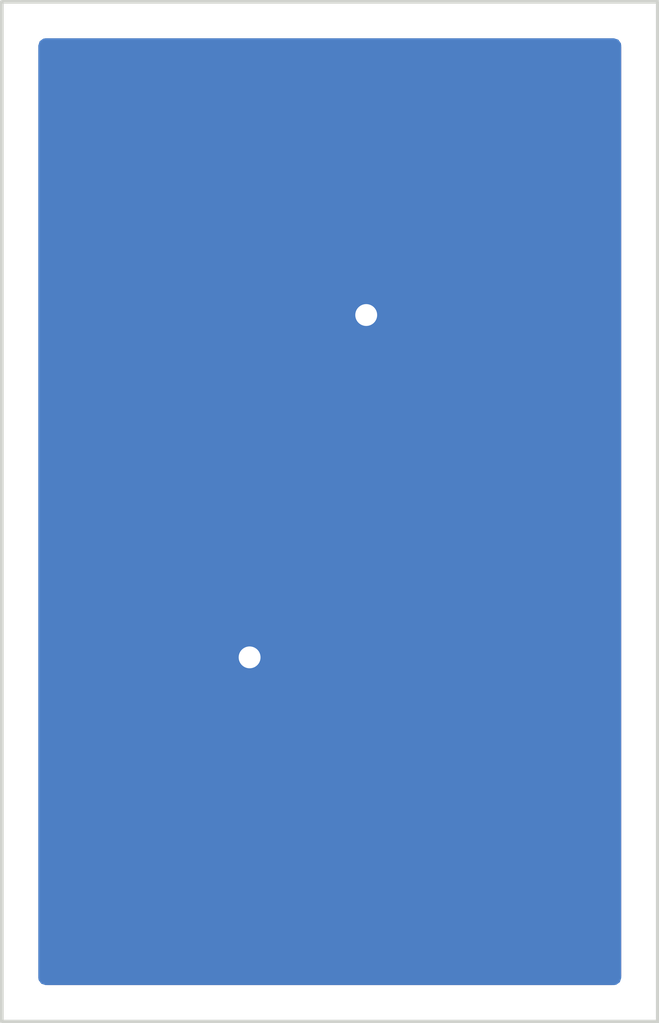
<source format=kicad_pcb>
(kicad_pcb (version 20240108) (generator "pcbnew") (generator_version "8.0")
  (layers (0 "F.Cu" signal) (31 "B.Cu" signal) (34 "B.Paste" user) (35 "F.Paste" user) (36 "B.SilkS" user "B.Silkscreen") (37 "F.SilkS" user "F.Silkscreen") (38 "B.Mask" user) (39 "F.Mask" user) (44 "Edge.Cuts" user))
  (net 0 "")
  (net 1 "/MSL")
  (net 2 "GND")
  (footprint "antmicro-footprints:NetTie-2_SMD_Pad0.127mm" (layer "F.Cu") (at 147 112.4 90)
    (property "Reference" "TP3" (hide yes))
    (property "Value" "Net-Tie_2")
    (fp_poly (pts (xy -0.0635 -0.0635) (xy 0.0625 -0.0635) (xy 0.0625 0.0635) (xy -0.0635 0.0635)) (fill solid) (layer "F.Cu"))
    (pad "1" smd roundrect (at -0.127 0 270) (size 0.127 0.127) (layers "F.Cu") (roundrect_rratio 0.5) (chamfer_ratio 0) (chamfer top_left bottom_left) (net 1 "/MSL"))
    (pad "2" smd roundrect (at 0.126 0 90) (size 0.127 0.127) (layers "F.Cu") (roundrect_rratio 0.5) (chamfer_ratio 0) (chamfer top_left bottom_left) (net 1 "/MSL"))
  )
  (footprint "antmicro-footprints:Simulation_Port" (layer "F.Cu") (at 146.5 103.25 180)
    (property "Reference" "SP3")
    (property "Value" "Simulation_Port" (hide yes))
  )
  (footprint "antmicro-footprints:Simulation_Port" (layer "F.Cu") (at 147 112.75)
    (property "Reference" "SP2")
    (property "Value" "Simulation_Port" (hide yes))
  )
  (footprint "antmicro-footprints:NetTie-2_SMD_Pad0.127mm" (layer "F.Cu") (at 143 103.5 -90)
    (property "Reference" "TP1" (hide yes))
    (property "Value" "Net-Tie_2")
    (fp_poly (pts (xy -0.0635 -0.0635) (xy 0.0625 -0.0635) (xy 0.0625 0.0635) (xy -0.0635 0.0635)) (fill solid) (layer "F.Cu"))
    (pad "1" smd roundrect (at -0.127 0 90) (size 0.127 0.127) (layers "F.Cu") (roundrect_rratio 0.5) (chamfer_ratio 0) (chamfer top_left bottom_left) (net 1 "/MSL"))
    (pad "2" smd roundrect (at 0.126 0 270) (size 0.127 0.127) (layers "F.Cu") (roundrect_rratio 0.5) (chamfer_ratio 0) (chamfer top_left bottom_left) (net 1 "/MSL"))
  )
  (footprint "antmicro-footprints:Simulation_Port" (layer "F.Cu") (at 143 103.25 180)
    (property "Reference" "SP1")
    (property "Value" "Simulation_Port" (hide yes))
  )
  (footprint "antmicro-footprints:NetTie-2_SMD_Pad0.127mm" (layer "B.Cu") (at 141 113.5 180)
    (property "Reference" "TP4" (hide yes))
    (property "Value" "Net-Tie_2")
    (fp_poly (pts (xy -0.0635 0.0635) (xy 0.0625 0.0635) (xy 0.0625 -0.0635) (xy -0.0635 -0.0635)) (fill solid) (layer "B.Cu"))
    (pad "1" smd roundrect (at -0.127 0) (size 0.127 0.127) (layers "B.Cu") (roundrect_rratio 0.5) (chamfer_ratio 0) (chamfer top_left bottom_left) (net 2 "GND"))
    (pad "2" smd roundrect (at 0.126 0 180) (size 0.127 0.127) (layers "B.Cu") (roundrect_rratio 0.5) (chamfer_ratio 0) (chamfer top_left bottom_left) (net 2 "GND"))
  )
  (footprint "antmicro-footprints:NetTie-2_SMD_Pad0.127mm" (layer "B.Cu") (at 141 114 180)
    (property "Reference" "TP2" (hide yes))
    (property "Value" "Net-Tie_2")
    (fp_poly (pts (xy -0.0635 0.0635) (xy 0.0625 0.0635) (xy 0.0625 -0.0635) (xy -0.0635 -0.0635)) (fill solid) (layer "B.Cu"))
    (pad "1" smd roundrect (at -0.127 0) (size 0.127 0.127) (layers "B.Cu") (roundrect_rratio 0.5) (chamfer_ratio 0) (chamfer top_left bottom_left) (net 2 "GND"))
    (pad "2" smd roundrect (at 0.126 0 180) (size 0.127 0.127) (layers "B.Cu") (roundrect_rratio 0.5) (chamfer_ratio 0) (chamfer top_left bottom_left) (net 2 "GND"))
  )
  (gr_rect (start 140 101) (end 149 115) (stroke (width 0.05)) (fill none) (layer "Edge.Cuts"))
  (segment (start 145 108.5) (end 145.914214 107.585786) (width 0.4) (layer "F.Cu") (net 1))
  (segment (start 146.998156 111.19746) (end 146.998156 112.498156) (width 0.4) (layer "F.Cu") (net 1))
  (segment (start 146.5 106.171573) (end 146.5 103.5) (width 0.4) (layer "F.Cu") (net 1))
  (segment (start 143 103.373) (end 143 105.671573) (width 0.4) (layer "F.Cu") (net 1))
  (segment (start 146.998156 112.498156) (end 147 112.5) (width 0.4) (layer "F.Cu") (net 1))
  (segment (start 143.585787 107.085787) (end 145 108.5) (width 0.4) (layer "F.Cu") (net 1))
  (segment (start 145 108.5) (end 146.414214 109.914214) (width 0.4) (layer "F.Cu") (net 1))
  (arc (start 146.414214 109.914214) (mid 146.82172 110.503015) (end 146.998156 111.19746) (width 0.4) (layer "F.Cu") (net 1))
  (arc (start 145.914214 107.585786) (mid 146.34775 106.936938) (end 146.5 106.171573) (width 0.4) (layer "F.Cu") (net 1))
  (arc (start 143 105.671573) (mid 143.15225 106.436939) (end 143.585787 107.085787) (width 0.4) (layer "F.Cu") (net 1))
  (via (at 145 105.3) (size 0.6) (drill 0.3) (layers "F.Cu" "B.Cu") (net 2))
  (via (at 143.4 110) (size 0.6) (drill 0.3) (layers "F.Cu" "B.Cu") (net 2))
  (zone (net 2) (net_name "GND") (layer "F.Cu") (priority 1) (connect_pads (clearance 0.2)) (min_thickness 0.25) (fill yes (thermal_gap 0.5) (thermal_bridge_width 0.5))
    (polygon (pts (xy 140 101) (xy 140 115) (xy 149 115) (xy 149 101)))
  )
  (zone (net 2) (net_name "GND") (layer "B.Cu") (connect_pads yes (clearance 0.2)) (min_thickness 0.2) (fill yes (thermal_gap 0.508) (thermal_bridge_width 0.508) (island_removal_mode 1) (island_area_min 0))
    (polygon (pts (xy 149 115) (xy 140 115) (xy 140 101) (xy 149 101)))
  )
)
</source>
